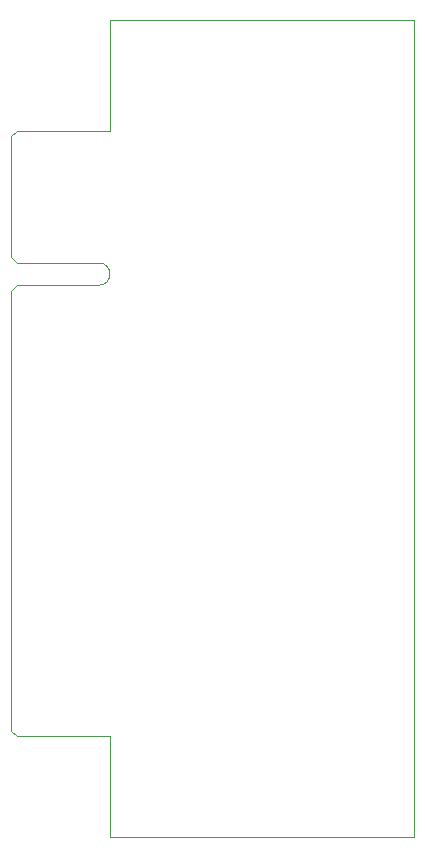
<source format=gm1>
%TF.GenerationSoftware,KiCad,Pcbnew,(5.1.10)-1*%
%TF.CreationDate,2021-09-30T13:01:54+08:00*%
%TF.ProjectId,KCORES CSPS to ATX Converter,4b434f52-4553-4204-9353-505320746f20,1.0*%
%TF.SameCoordinates,Original*%
%TF.FileFunction,Profile,NP*%
%FSLAX46Y46*%
G04 Gerber Fmt 4.6, Leading zero omitted, Abs format (unit mm)*
G04 Created by KiCad (PCBNEW (5.1.10)-1) date 2021-09-30 13:01:54*
%MOMM*%
%LPD*%
G01*
G04 APERTURE LIST*
%TA.AperFunction,Profile*%
%ADD10C,0.050000*%
%TD*%
%TA.AperFunction,Profile*%
%ADD11C,0.100000*%
%TD*%
G04 APERTURE END LIST*
D10*
X101331000Y-86008000D02*
X101334000Y-76650000D01*
X101331000Y-137308000D02*
X101331000Y-145840000D01*
X127115000Y-76650000D02*
X101334000Y-76650000D01*
X127115000Y-145840000D02*
X127115000Y-76650000D01*
X127115000Y-145840000D02*
X101331000Y-145840000D01*
D11*
%TO.C,J1*%
X93431000Y-137308000D02*
X92931000Y-136808000D01*
X93431000Y-99108000D02*
X92931000Y-99608000D01*
X93431000Y-97208000D02*
X92931000Y-96708000D01*
X93431000Y-86008000D02*
X92931000Y-86508000D01*
X92931000Y-99608000D02*
X92931000Y-136808000D01*
X101331000Y-137308000D02*
X93431000Y-137308000D01*
X92931000Y-86508000D02*
X92931000Y-96708000D01*
X101331000Y-86008000D02*
X93431000Y-86008000D01*
X100381000Y-99108000D02*
X93431000Y-99108000D01*
X100381000Y-97208000D02*
X93431000Y-97208000D01*
X100381000Y-97208000D02*
G75*
G02*
X100381000Y-99108000I0J-950000D01*
G01*
%TD*%
M02*

</source>
